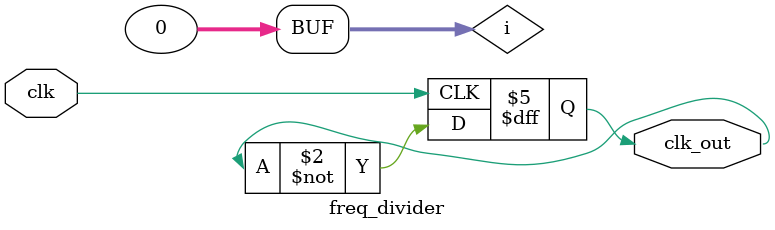
<source format=v>
module freq_divider(
input clk,
output reg clk_out
);

integer i=0;
initial begin clk_out=0; end

always @(posedge clk)
begin
//i=i+1;
//if(i==3)
//begin
clk_out=~clk_out;
//i=1;
//end
end

endmodule

</source>
